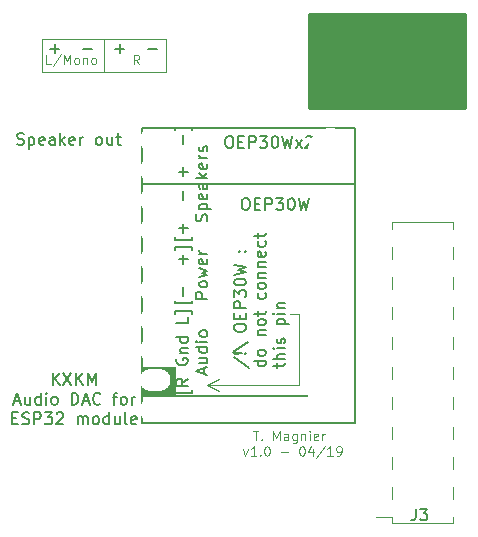
<source format=gto>
G04 #@! TF.GenerationSoftware,KiCad,Pcbnew,5.1.0*
G04 #@! TF.CreationDate,2019-04-16T15:55:50+02:00*
G04 #@! TF.ProjectId,KXKM_audio_board_for_ESP32,4b584b4d-5f61-4756-9469-6f5f626f6172,1.0*
G04 #@! TF.SameCoordinates,PX82a7440PY6f94740*
G04 #@! TF.FileFunction,Legend,Top*
G04 #@! TF.FilePolarity,Positive*
%FSLAX46Y46*%
G04 Gerber Fmt 4.6, Leading zero omitted, Abs format (unit mm)*
G04 Created by KiCad (PCBNEW 5.1.0) date 2019-04-16 15:55:50*
%MOMM*%
%LPD*%
G04 APERTURE LIST*
%ADD10C,0.120000*%
%ADD11C,0.100000*%
%ADD12C,0.150000*%
%ADD13C,0.254000*%
%ADD14C,3.940000*%
%ADD15O,2.640000X1.840000*%
%ADD16O,1.540000X2.940000*%
%ADD17C,3.139740*%
%ADD18R,3.139740X3.139740*%
%ADD19C,1.740000*%
%ADD20C,2.140000*%
%ADD21R,3.140000X1.140000*%
%ADD22C,3.340000*%
G04 APERTURE END LIST*
D10*
X8250000Y38750000D02*
X13500000Y38750000D01*
X13500000Y38750000D02*
X13500000Y41500000D01*
X3000000Y41500000D02*
X13500000Y41500000D01*
X3000000Y38750000D02*
X3000000Y41500000D01*
X8250000Y38750000D02*
X3000000Y38750000D01*
X8250000Y41500000D02*
X8250000Y38750000D01*
D11*
X11247619Y39388096D02*
X10980952Y39769048D01*
X10790476Y39388096D02*
X10790476Y40188096D01*
X11095238Y40188096D01*
X11171428Y40150000D01*
X11209523Y40111905D01*
X11247619Y40035715D01*
X11247619Y39921429D01*
X11209523Y39845239D01*
X11171428Y39807143D01*
X11095238Y39769048D01*
X10790476Y39769048D01*
X3785714Y39388096D02*
X3404761Y39388096D01*
X3404761Y40188096D01*
X4623809Y40226191D02*
X3938095Y39197620D01*
X4890476Y39388096D02*
X4890476Y40188096D01*
X5157142Y39616667D01*
X5423809Y40188096D01*
X5423809Y39388096D01*
X5919047Y39388096D02*
X5842857Y39426191D01*
X5804761Y39464286D01*
X5766666Y39540477D01*
X5766666Y39769048D01*
X5804761Y39845239D01*
X5842857Y39883334D01*
X5919047Y39921429D01*
X6033333Y39921429D01*
X6109523Y39883334D01*
X6147619Y39845239D01*
X6185714Y39769048D01*
X6185714Y39540477D01*
X6147619Y39464286D01*
X6109523Y39426191D01*
X6033333Y39388096D01*
X5919047Y39388096D01*
X6528571Y39921429D02*
X6528571Y39388096D01*
X6528571Y39845239D02*
X6566666Y39883334D01*
X6642857Y39921429D01*
X6757142Y39921429D01*
X6833333Y39883334D01*
X6871428Y39807143D01*
X6871428Y39388096D01*
X7366666Y39388096D02*
X7290476Y39426191D01*
X7252380Y39464286D01*
X7214285Y39540477D01*
X7214285Y39769048D01*
X7252380Y39845239D01*
X7290476Y39883334D01*
X7366666Y39921429D01*
X7480952Y39921429D01*
X7557142Y39883334D01*
X7595238Y39845239D01*
X7633333Y39769048D01*
X7633333Y39540477D01*
X7595238Y39464286D01*
X7557142Y39426191D01*
X7480952Y39388096D01*
X7366666Y39388096D01*
D12*
X3726190Y40678572D02*
X4488095Y40678572D01*
X4107142Y40297620D02*
X4107142Y41059524D01*
X6488095Y40678572D02*
X7250000Y40678572D01*
X9250000Y40678572D02*
X10011904Y40678572D01*
X9630952Y40297620D02*
X9630952Y41059524D01*
X12011904Y40678572D02*
X12773809Y40678572D01*
X916666Y32595239D02*
X1059523Y32547620D01*
X1297619Y32547620D01*
X1392857Y32595239D01*
X1440476Y32642858D01*
X1488095Y32738096D01*
X1488095Y32833334D01*
X1440476Y32928572D01*
X1392857Y32976191D01*
X1297619Y33023810D01*
X1107142Y33071429D01*
X1011904Y33119048D01*
X964285Y33166667D01*
X916666Y33261905D01*
X916666Y33357143D01*
X964285Y33452381D01*
X1011904Y33500000D01*
X1107142Y33547620D01*
X1345238Y33547620D01*
X1488095Y33500000D01*
X1916666Y33214286D02*
X1916666Y32214286D01*
X1916666Y33166667D02*
X2011904Y33214286D01*
X2202380Y33214286D01*
X2297619Y33166667D01*
X2345238Y33119048D01*
X2392857Y33023810D01*
X2392857Y32738096D01*
X2345238Y32642858D01*
X2297619Y32595239D01*
X2202380Y32547620D01*
X2011904Y32547620D01*
X1916666Y32595239D01*
X3202380Y32595239D02*
X3107142Y32547620D01*
X2916666Y32547620D01*
X2821428Y32595239D01*
X2773809Y32690477D01*
X2773809Y33071429D01*
X2821428Y33166667D01*
X2916666Y33214286D01*
X3107142Y33214286D01*
X3202380Y33166667D01*
X3250000Y33071429D01*
X3250000Y32976191D01*
X2773809Y32880953D01*
X4107142Y32547620D02*
X4107142Y33071429D01*
X4059523Y33166667D01*
X3964285Y33214286D01*
X3773809Y33214286D01*
X3678571Y33166667D01*
X4107142Y32595239D02*
X4011904Y32547620D01*
X3773809Y32547620D01*
X3678571Y32595239D01*
X3630952Y32690477D01*
X3630952Y32785715D01*
X3678571Y32880953D01*
X3773809Y32928572D01*
X4011904Y32928572D01*
X4107142Y32976191D01*
X4583333Y32547620D02*
X4583333Y33547620D01*
X4678571Y32928572D02*
X4964285Y32547620D01*
X4964285Y33214286D02*
X4583333Y32833334D01*
X5773809Y32595239D02*
X5678571Y32547620D01*
X5488095Y32547620D01*
X5392857Y32595239D01*
X5345238Y32690477D01*
X5345238Y33071429D01*
X5392857Y33166667D01*
X5488095Y33214286D01*
X5678571Y33214286D01*
X5773809Y33166667D01*
X5821428Y33071429D01*
X5821428Y32976191D01*
X5345238Y32880953D01*
X6250000Y32547620D02*
X6250000Y33214286D01*
X6250000Y33023810D02*
X6297619Y33119048D01*
X6345238Y33166667D01*
X6440476Y33214286D01*
X6535714Y33214286D01*
X7773809Y32547620D02*
X7678571Y32595239D01*
X7630952Y32642858D01*
X7583333Y32738096D01*
X7583333Y33023810D01*
X7630952Y33119048D01*
X7678571Y33166667D01*
X7773809Y33214286D01*
X7916666Y33214286D01*
X8011904Y33166667D01*
X8059523Y33119048D01*
X8107142Y33023810D01*
X8107142Y32738096D01*
X8059523Y32642858D01*
X8011904Y32595239D01*
X7916666Y32547620D01*
X7773809Y32547620D01*
X8964285Y33214286D02*
X8964285Y32547620D01*
X8535714Y33214286D02*
X8535714Y32690477D01*
X8583333Y32595239D01*
X8678571Y32547620D01*
X8821428Y32547620D01*
X8916666Y32595239D01*
X8964285Y32642858D01*
X9297619Y33214286D02*
X9678571Y33214286D01*
X9440476Y33547620D02*
X9440476Y32690477D01*
X9488095Y32595239D01*
X9583333Y32547620D01*
X9678571Y32547620D01*
D11*
G36*
X14250000Y11250000D02*
G01*
X11500000Y11250000D01*
X11500000Y13750000D01*
X14250000Y13750000D01*
X14250000Y11250000D01*
G37*
X14250000Y11250000D02*
X11500000Y11250000D01*
X11500000Y13750000D01*
X14250000Y13750000D01*
X14250000Y11250000D01*
D10*
X17000000Y12250000D02*
X18000000Y12750000D01*
X17000000Y12250000D02*
X18000000Y11750000D01*
X24750000Y12250000D02*
X17000000Y12250000D01*
X24750000Y18250000D02*
X24750000Y12250000D01*
X24000000Y18250000D02*
X24750000Y18250000D01*
D12*
X19254761Y14549881D02*
X20540476Y13692739D01*
X20207142Y14883215D02*
X20254761Y14930834D01*
X20302380Y14883215D01*
X20254761Y14835596D01*
X20207142Y14883215D01*
X20302380Y14883215D01*
X19921428Y14883215D02*
X19350000Y14835596D01*
X19302380Y14883215D01*
X19350000Y14930834D01*
X19921428Y14883215D01*
X19302380Y14883215D01*
X19207142Y15026072D02*
X20492857Y15883215D01*
X19302380Y16978453D02*
X19302380Y17168929D01*
X19350000Y17264167D01*
X19445238Y17359405D01*
X19635714Y17407024D01*
X19969047Y17407024D01*
X20159523Y17359405D01*
X20254761Y17264167D01*
X20302380Y17168929D01*
X20302380Y16978453D01*
X20254761Y16883215D01*
X20159523Y16787977D01*
X19969047Y16740358D01*
X19635714Y16740358D01*
X19445238Y16787977D01*
X19350000Y16883215D01*
X19302380Y16978453D01*
X19778571Y17835596D02*
X19778571Y18168929D01*
X20302380Y18311786D02*
X20302380Y17835596D01*
X19302380Y17835596D01*
X19302380Y18311786D01*
X20302380Y18740358D02*
X19302380Y18740358D01*
X19302380Y19121310D01*
X19350000Y19216548D01*
X19397619Y19264167D01*
X19492857Y19311786D01*
X19635714Y19311786D01*
X19730952Y19264167D01*
X19778571Y19216548D01*
X19826190Y19121310D01*
X19826190Y18740358D01*
X19302380Y19645120D02*
X19302380Y20264167D01*
X19683333Y19930834D01*
X19683333Y20073691D01*
X19730952Y20168929D01*
X19778571Y20216548D01*
X19873809Y20264167D01*
X20111904Y20264167D01*
X20207142Y20216548D01*
X20254761Y20168929D01*
X20302380Y20073691D01*
X20302380Y19787977D01*
X20254761Y19692739D01*
X20207142Y19645120D01*
X19302380Y20883215D02*
X19302380Y20978453D01*
X19350000Y21073691D01*
X19397619Y21121310D01*
X19492857Y21168929D01*
X19683333Y21216548D01*
X19921428Y21216548D01*
X20111904Y21168929D01*
X20207142Y21121310D01*
X20254761Y21073691D01*
X20302380Y20978453D01*
X20302380Y20883215D01*
X20254761Y20787977D01*
X20207142Y20740358D01*
X20111904Y20692739D01*
X19921428Y20645120D01*
X19683333Y20645120D01*
X19492857Y20692739D01*
X19397619Y20740358D01*
X19350000Y20787977D01*
X19302380Y20883215D01*
X19302380Y21549881D02*
X20302380Y21787977D01*
X19588095Y21978453D01*
X20302380Y22168929D01*
X19302380Y22407024D01*
X20207142Y23549881D02*
X20254761Y23597500D01*
X20302380Y23549881D01*
X20254761Y23502262D01*
X20207142Y23549881D01*
X20302380Y23549881D01*
X19683333Y23549881D02*
X19730952Y23597500D01*
X19778571Y23549881D01*
X19730952Y23502262D01*
X19683333Y23549881D01*
X19778571Y23549881D01*
X21952380Y14264167D02*
X20952380Y14264167D01*
X21904761Y14264167D02*
X21952380Y14168929D01*
X21952380Y13978453D01*
X21904761Y13883215D01*
X21857142Y13835596D01*
X21761904Y13787977D01*
X21476190Y13787977D01*
X21380952Y13835596D01*
X21333333Y13883215D01*
X21285714Y13978453D01*
X21285714Y14168929D01*
X21333333Y14264167D01*
X21952380Y14883215D02*
X21904761Y14787977D01*
X21857142Y14740358D01*
X21761904Y14692739D01*
X21476190Y14692739D01*
X21380952Y14740358D01*
X21333333Y14787977D01*
X21285714Y14883215D01*
X21285714Y15026072D01*
X21333333Y15121310D01*
X21380952Y15168929D01*
X21476190Y15216548D01*
X21761904Y15216548D01*
X21857142Y15168929D01*
X21904761Y15121310D01*
X21952380Y15026072D01*
X21952380Y14883215D01*
X21285714Y16407024D02*
X21952380Y16407024D01*
X21380952Y16407024D02*
X21333333Y16454643D01*
X21285714Y16549881D01*
X21285714Y16692739D01*
X21333333Y16787977D01*
X21428571Y16835596D01*
X21952380Y16835596D01*
X21952380Y17454643D02*
X21904761Y17359405D01*
X21857142Y17311786D01*
X21761904Y17264167D01*
X21476190Y17264167D01*
X21380952Y17311786D01*
X21333333Y17359405D01*
X21285714Y17454643D01*
X21285714Y17597500D01*
X21333333Y17692739D01*
X21380952Y17740358D01*
X21476190Y17787977D01*
X21761904Y17787977D01*
X21857142Y17740358D01*
X21904761Y17692739D01*
X21952380Y17597500D01*
X21952380Y17454643D01*
X21285714Y18073691D02*
X21285714Y18454643D01*
X20952380Y18216548D02*
X21809523Y18216548D01*
X21904761Y18264167D01*
X21952380Y18359405D01*
X21952380Y18454643D01*
X21904761Y19978453D02*
X21952380Y19883215D01*
X21952380Y19692739D01*
X21904761Y19597500D01*
X21857142Y19549881D01*
X21761904Y19502262D01*
X21476190Y19502262D01*
X21380952Y19549881D01*
X21333333Y19597500D01*
X21285714Y19692739D01*
X21285714Y19883215D01*
X21333333Y19978453D01*
X21952380Y20549881D02*
X21904761Y20454643D01*
X21857142Y20407024D01*
X21761904Y20359405D01*
X21476190Y20359405D01*
X21380952Y20407024D01*
X21333333Y20454643D01*
X21285714Y20549881D01*
X21285714Y20692739D01*
X21333333Y20787977D01*
X21380952Y20835596D01*
X21476190Y20883215D01*
X21761904Y20883215D01*
X21857142Y20835596D01*
X21904761Y20787977D01*
X21952380Y20692739D01*
X21952380Y20549881D01*
X21285714Y21311786D02*
X21952380Y21311786D01*
X21380952Y21311786D02*
X21333333Y21359405D01*
X21285714Y21454643D01*
X21285714Y21597500D01*
X21333333Y21692739D01*
X21428571Y21740358D01*
X21952380Y21740358D01*
X21285714Y22216548D02*
X21952380Y22216548D01*
X21380952Y22216548D02*
X21333333Y22264167D01*
X21285714Y22359405D01*
X21285714Y22502262D01*
X21333333Y22597500D01*
X21428571Y22645120D01*
X21952380Y22645120D01*
X21904761Y23502262D02*
X21952380Y23407024D01*
X21952380Y23216548D01*
X21904761Y23121310D01*
X21809523Y23073691D01*
X21428571Y23073691D01*
X21333333Y23121310D01*
X21285714Y23216548D01*
X21285714Y23407024D01*
X21333333Y23502262D01*
X21428571Y23549881D01*
X21523809Y23549881D01*
X21619047Y23073691D01*
X21904761Y24407024D02*
X21952380Y24311786D01*
X21952380Y24121310D01*
X21904761Y24026072D01*
X21857142Y23978453D01*
X21761904Y23930834D01*
X21476190Y23930834D01*
X21380952Y23978453D01*
X21333333Y24026072D01*
X21285714Y24121310D01*
X21285714Y24311786D01*
X21333333Y24407024D01*
X21285714Y24692739D02*
X21285714Y25073691D01*
X20952380Y24835596D02*
X21809523Y24835596D01*
X21904761Y24883215D01*
X21952380Y24978453D01*
X21952380Y25073691D01*
X22935714Y13692739D02*
X22935714Y14073691D01*
X22602380Y13835596D02*
X23459523Y13835596D01*
X23554761Y13883215D01*
X23602380Y13978453D01*
X23602380Y14073691D01*
X23602380Y14407024D02*
X22602380Y14407024D01*
X23602380Y14835596D02*
X23078571Y14835596D01*
X22983333Y14787977D01*
X22935714Y14692739D01*
X22935714Y14549881D01*
X22983333Y14454643D01*
X23030952Y14407024D01*
X23602380Y15311786D02*
X22935714Y15311786D01*
X22602380Y15311786D02*
X22650000Y15264167D01*
X22697619Y15311786D01*
X22650000Y15359405D01*
X22602380Y15311786D01*
X22697619Y15311786D01*
X23554761Y15740358D02*
X23602380Y15835596D01*
X23602380Y16026072D01*
X23554761Y16121310D01*
X23459523Y16168929D01*
X23411904Y16168929D01*
X23316666Y16121310D01*
X23269047Y16026072D01*
X23269047Y15883215D01*
X23221428Y15787977D01*
X23126190Y15740358D01*
X23078571Y15740358D01*
X22983333Y15787977D01*
X22935714Y15883215D01*
X22935714Y16026072D01*
X22983333Y16121310D01*
X22935714Y17359405D02*
X23935714Y17359405D01*
X22983333Y17359405D02*
X22935714Y17454643D01*
X22935714Y17645120D01*
X22983333Y17740358D01*
X23030952Y17787977D01*
X23126190Y17835596D01*
X23411904Y17835596D01*
X23507142Y17787977D01*
X23554761Y17740358D01*
X23602380Y17645120D01*
X23602380Y17454643D01*
X23554761Y17359405D01*
X23602380Y18264167D02*
X22935714Y18264167D01*
X22602380Y18264167D02*
X22650000Y18216548D01*
X22697619Y18264167D01*
X22650000Y18311786D01*
X22602380Y18264167D01*
X22697619Y18264167D01*
X22935714Y18740358D02*
X23602380Y18740358D01*
X23030952Y18740358D02*
X22983333Y18787977D01*
X22935714Y18883215D01*
X22935714Y19026072D01*
X22983333Y19121310D01*
X23078571Y19168929D01*
X23602380Y19168929D01*
D11*
X20897619Y8338096D02*
X21354761Y8338096D01*
X21126190Y7538096D02*
X21126190Y8338096D01*
X21621428Y7614286D02*
X21659523Y7576191D01*
X21621428Y7538096D01*
X21583333Y7576191D01*
X21621428Y7614286D01*
X21621428Y7538096D01*
X22611904Y7538096D02*
X22611904Y8338096D01*
X22878571Y7766667D01*
X23145238Y8338096D01*
X23145238Y7538096D01*
X23869047Y7538096D02*
X23869047Y7957143D01*
X23830952Y8033334D01*
X23754761Y8071429D01*
X23602380Y8071429D01*
X23526190Y8033334D01*
X23869047Y7576191D02*
X23792857Y7538096D01*
X23602380Y7538096D01*
X23526190Y7576191D01*
X23488095Y7652381D01*
X23488095Y7728572D01*
X23526190Y7804762D01*
X23602380Y7842858D01*
X23792857Y7842858D01*
X23869047Y7880953D01*
X24592857Y8071429D02*
X24592857Y7423810D01*
X24554761Y7347620D01*
X24516666Y7309524D01*
X24440476Y7271429D01*
X24326190Y7271429D01*
X24250000Y7309524D01*
X24592857Y7576191D02*
X24516666Y7538096D01*
X24364285Y7538096D01*
X24288095Y7576191D01*
X24250000Y7614286D01*
X24211904Y7690477D01*
X24211904Y7919048D01*
X24250000Y7995239D01*
X24288095Y8033334D01*
X24364285Y8071429D01*
X24516666Y8071429D01*
X24592857Y8033334D01*
X24973809Y8071429D02*
X24973809Y7538096D01*
X24973809Y7995239D02*
X25011904Y8033334D01*
X25088095Y8071429D01*
X25202380Y8071429D01*
X25278571Y8033334D01*
X25316666Y7957143D01*
X25316666Y7538096D01*
X25697619Y7538096D02*
X25697619Y8071429D01*
X25697619Y8338096D02*
X25659523Y8300000D01*
X25697619Y8261905D01*
X25735714Y8300000D01*
X25697619Y8338096D01*
X25697619Y8261905D01*
X26383333Y7576191D02*
X26307142Y7538096D01*
X26154761Y7538096D01*
X26078571Y7576191D01*
X26040476Y7652381D01*
X26040476Y7957143D01*
X26078571Y8033334D01*
X26154761Y8071429D01*
X26307142Y8071429D01*
X26383333Y8033334D01*
X26421428Y7957143D01*
X26421428Y7880953D01*
X26040476Y7804762D01*
X26764285Y7538096D02*
X26764285Y8071429D01*
X26764285Y7919048D02*
X26802380Y7995239D01*
X26840476Y8033334D01*
X26916666Y8071429D01*
X26992857Y8071429D01*
X20059523Y6771429D02*
X20250000Y6238096D01*
X20440476Y6771429D01*
X21164285Y6238096D02*
X20707142Y6238096D01*
X20935714Y6238096D02*
X20935714Y7038096D01*
X20859523Y6923810D01*
X20783333Y6847620D01*
X20707142Y6809524D01*
X21507142Y6314286D02*
X21545238Y6276191D01*
X21507142Y6238096D01*
X21469047Y6276191D01*
X21507142Y6314286D01*
X21507142Y6238096D01*
X22040476Y7038096D02*
X22116666Y7038096D01*
X22192857Y7000000D01*
X22230952Y6961905D01*
X22269047Y6885715D01*
X22307142Y6733334D01*
X22307142Y6542858D01*
X22269047Y6390477D01*
X22230952Y6314286D01*
X22192857Y6276191D01*
X22116666Y6238096D01*
X22040476Y6238096D01*
X21964285Y6276191D01*
X21926190Y6314286D01*
X21888095Y6390477D01*
X21850000Y6542858D01*
X21850000Y6733334D01*
X21888095Y6885715D01*
X21926190Y6961905D01*
X21964285Y7000000D01*
X22040476Y7038096D01*
X23259523Y6542858D02*
X23869047Y6542858D01*
X25011904Y7038096D02*
X25088095Y7038096D01*
X25164285Y7000000D01*
X25202380Y6961905D01*
X25240476Y6885715D01*
X25278571Y6733334D01*
X25278571Y6542858D01*
X25240476Y6390477D01*
X25202380Y6314286D01*
X25164285Y6276191D01*
X25088095Y6238096D01*
X25011904Y6238096D01*
X24935714Y6276191D01*
X24897619Y6314286D01*
X24859523Y6390477D01*
X24821428Y6542858D01*
X24821428Y6733334D01*
X24859523Y6885715D01*
X24897619Y6961905D01*
X24935714Y7000000D01*
X25011904Y7038096D01*
X25964285Y6771429D02*
X25964285Y6238096D01*
X25773809Y7076191D02*
X25583333Y6504762D01*
X26078571Y6504762D01*
X26954761Y7076191D02*
X26269047Y6047620D01*
X27640476Y6238096D02*
X27183333Y6238096D01*
X27411904Y6238096D02*
X27411904Y7038096D01*
X27335714Y6923810D01*
X27259523Y6847620D01*
X27183333Y6809524D01*
X28021428Y6238096D02*
X28173809Y6238096D01*
X28250000Y6276191D01*
X28288095Y6314286D01*
X28364285Y6428572D01*
X28402380Y6580953D01*
X28402380Y6885715D01*
X28364285Y6961905D01*
X28326190Y7000000D01*
X28250000Y7038096D01*
X28097619Y7038096D01*
X28021428Y7000000D01*
X27983333Y6961905D01*
X27945238Y6885715D01*
X27945238Y6695239D01*
X27983333Y6619048D01*
X28021428Y6580953D01*
X28097619Y6542858D01*
X28250000Y6542858D01*
X28326190Y6580953D01*
X28364285Y6619048D01*
X28402380Y6695239D01*
D12*
X3940476Y12197620D02*
X3940476Y13197620D01*
X4511904Y12197620D02*
X4083333Y12769048D01*
X4511904Y13197620D02*
X3940476Y12626191D01*
X4845238Y13197620D02*
X5511904Y12197620D01*
X5511904Y13197620D02*
X4845238Y12197620D01*
X5892857Y12197620D02*
X5892857Y13197620D01*
X6464285Y12197620D02*
X6035714Y12769048D01*
X6464285Y13197620D02*
X5892857Y12626191D01*
X6892857Y12197620D02*
X6892857Y13197620D01*
X7226190Y12483334D01*
X7559523Y13197620D01*
X7559523Y12197620D01*
X678571Y10833334D02*
X1154761Y10833334D01*
X583333Y10547620D02*
X916666Y11547620D01*
X1250000Y10547620D01*
X2011904Y11214286D02*
X2011904Y10547620D01*
X1583333Y11214286D02*
X1583333Y10690477D01*
X1630952Y10595239D01*
X1726190Y10547620D01*
X1869047Y10547620D01*
X1964285Y10595239D01*
X2011904Y10642858D01*
X2916666Y10547620D02*
X2916666Y11547620D01*
X2916666Y10595239D02*
X2821428Y10547620D01*
X2630952Y10547620D01*
X2535714Y10595239D01*
X2488095Y10642858D01*
X2440476Y10738096D01*
X2440476Y11023810D01*
X2488095Y11119048D01*
X2535714Y11166667D01*
X2630952Y11214286D01*
X2821428Y11214286D01*
X2916666Y11166667D01*
X3392857Y10547620D02*
X3392857Y11214286D01*
X3392857Y11547620D02*
X3345238Y11500000D01*
X3392857Y11452381D01*
X3440476Y11500000D01*
X3392857Y11547620D01*
X3392857Y11452381D01*
X4011904Y10547620D02*
X3916666Y10595239D01*
X3869047Y10642858D01*
X3821428Y10738096D01*
X3821428Y11023810D01*
X3869047Y11119048D01*
X3916666Y11166667D01*
X4011904Y11214286D01*
X4154761Y11214286D01*
X4250000Y11166667D01*
X4297619Y11119048D01*
X4345238Y11023810D01*
X4345238Y10738096D01*
X4297619Y10642858D01*
X4250000Y10595239D01*
X4154761Y10547620D01*
X4011904Y10547620D01*
X5535714Y10547620D02*
X5535714Y11547620D01*
X5773809Y11547620D01*
X5916666Y11500000D01*
X6011904Y11404762D01*
X6059523Y11309524D01*
X6107142Y11119048D01*
X6107142Y10976191D01*
X6059523Y10785715D01*
X6011904Y10690477D01*
X5916666Y10595239D01*
X5773809Y10547620D01*
X5535714Y10547620D01*
X6488095Y10833334D02*
X6964285Y10833334D01*
X6392857Y10547620D02*
X6726190Y11547620D01*
X7059523Y10547620D01*
X7964285Y10642858D02*
X7916666Y10595239D01*
X7773809Y10547620D01*
X7678571Y10547620D01*
X7535714Y10595239D01*
X7440476Y10690477D01*
X7392857Y10785715D01*
X7345238Y10976191D01*
X7345238Y11119048D01*
X7392857Y11309524D01*
X7440476Y11404762D01*
X7535714Y11500000D01*
X7678571Y11547620D01*
X7773809Y11547620D01*
X7916666Y11500000D01*
X7964285Y11452381D01*
X9011904Y11214286D02*
X9392857Y11214286D01*
X9154761Y10547620D02*
X9154761Y11404762D01*
X9202380Y11500000D01*
X9297619Y11547620D01*
X9392857Y11547620D01*
X9869047Y10547620D02*
X9773809Y10595239D01*
X9726190Y10642858D01*
X9678571Y10738096D01*
X9678571Y11023810D01*
X9726190Y11119048D01*
X9773809Y11166667D01*
X9869047Y11214286D01*
X10011904Y11214286D01*
X10107142Y11166667D01*
X10154761Y11119048D01*
X10202380Y11023810D01*
X10202380Y10738096D01*
X10154761Y10642858D01*
X10107142Y10595239D01*
X10011904Y10547620D01*
X9869047Y10547620D01*
X10630952Y10547620D02*
X10630952Y11214286D01*
X10630952Y11023810D02*
X10678571Y11119048D01*
X10726190Y11166667D01*
X10821428Y11214286D01*
X10916666Y11214286D01*
X511904Y9421429D02*
X845238Y9421429D01*
X988095Y8897620D02*
X511904Y8897620D01*
X511904Y9897620D01*
X988095Y9897620D01*
X1369047Y8945239D02*
X1511904Y8897620D01*
X1750000Y8897620D01*
X1845238Y8945239D01*
X1892857Y8992858D01*
X1940476Y9088096D01*
X1940476Y9183334D01*
X1892857Y9278572D01*
X1845238Y9326191D01*
X1750000Y9373810D01*
X1559523Y9421429D01*
X1464285Y9469048D01*
X1416666Y9516667D01*
X1369047Y9611905D01*
X1369047Y9707143D01*
X1416666Y9802381D01*
X1464285Y9850000D01*
X1559523Y9897620D01*
X1797619Y9897620D01*
X1940476Y9850000D01*
X2369047Y8897620D02*
X2369047Y9897620D01*
X2750000Y9897620D01*
X2845238Y9850000D01*
X2892857Y9802381D01*
X2940476Y9707143D01*
X2940476Y9564286D01*
X2892857Y9469048D01*
X2845238Y9421429D01*
X2750000Y9373810D01*
X2369047Y9373810D01*
X3273809Y9897620D02*
X3892857Y9897620D01*
X3559523Y9516667D01*
X3702380Y9516667D01*
X3797619Y9469048D01*
X3845238Y9421429D01*
X3892857Y9326191D01*
X3892857Y9088096D01*
X3845238Y8992858D01*
X3797619Y8945239D01*
X3702380Y8897620D01*
X3416666Y8897620D01*
X3321428Y8945239D01*
X3273809Y8992858D01*
X4273809Y9802381D02*
X4321428Y9850000D01*
X4416666Y9897620D01*
X4654761Y9897620D01*
X4750000Y9850000D01*
X4797619Y9802381D01*
X4845238Y9707143D01*
X4845238Y9611905D01*
X4797619Y9469048D01*
X4226190Y8897620D01*
X4845238Y8897620D01*
X6035714Y8897620D02*
X6035714Y9564286D01*
X6035714Y9469048D02*
X6083333Y9516667D01*
X6178571Y9564286D01*
X6321428Y9564286D01*
X6416666Y9516667D01*
X6464285Y9421429D01*
X6464285Y8897620D01*
X6464285Y9421429D02*
X6511904Y9516667D01*
X6607142Y9564286D01*
X6750000Y9564286D01*
X6845238Y9516667D01*
X6892857Y9421429D01*
X6892857Y8897620D01*
X7511904Y8897620D02*
X7416666Y8945239D01*
X7369047Y8992858D01*
X7321428Y9088096D01*
X7321428Y9373810D01*
X7369047Y9469048D01*
X7416666Y9516667D01*
X7511904Y9564286D01*
X7654761Y9564286D01*
X7750000Y9516667D01*
X7797619Y9469048D01*
X7845238Y9373810D01*
X7845238Y9088096D01*
X7797619Y8992858D01*
X7750000Y8945239D01*
X7654761Y8897620D01*
X7511904Y8897620D01*
X8702380Y8897620D02*
X8702380Y9897620D01*
X8702380Y8945239D02*
X8607142Y8897620D01*
X8416666Y8897620D01*
X8321428Y8945239D01*
X8273809Y8992858D01*
X8226190Y9088096D01*
X8226190Y9373810D01*
X8273809Y9469048D01*
X8321428Y9516667D01*
X8416666Y9564286D01*
X8607142Y9564286D01*
X8702380Y9516667D01*
X9607142Y9564286D02*
X9607142Y8897620D01*
X9178571Y9564286D02*
X9178571Y9040477D01*
X9226190Y8945239D01*
X9321428Y8897620D01*
X9464285Y8897620D01*
X9559523Y8945239D01*
X9607142Y8992858D01*
X10226190Y8897620D02*
X10130952Y8945239D01*
X10083333Y9040477D01*
X10083333Y9897620D01*
X10988095Y8945239D02*
X10892857Y8897620D01*
X10702380Y8897620D01*
X10607142Y8945239D01*
X10559523Y9040477D01*
X10559523Y9421429D01*
X10607142Y9516667D01*
X10702380Y9564286D01*
X10892857Y9564286D01*
X10988095Y9516667D01*
X11035714Y9421429D01*
X11035714Y9326191D01*
X10559523Y9230953D01*
X15710714Y24726191D02*
X15710714Y24488096D01*
X14282142Y24488096D01*
X14282142Y24726191D01*
X14996428Y25107143D02*
X14996428Y25869048D01*
X15377380Y25488096D02*
X14615476Y25488096D01*
X14996428Y27869048D02*
X14996428Y28630953D01*
X14996428Y29869048D02*
X14996428Y30630953D01*
X15377380Y30250000D02*
X14615476Y30250000D01*
X14996428Y32630953D02*
X14996428Y33392858D01*
X15710714Y33773810D02*
X15710714Y34011905D01*
X14282142Y34011905D01*
X14282142Y33773810D01*
X16979761Y26083334D02*
X17027380Y26226191D01*
X17027380Y26464286D01*
X16979761Y26559524D01*
X16932142Y26607143D01*
X16836904Y26654762D01*
X16741666Y26654762D01*
X16646428Y26607143D01*
X16598809Y26559524D01*
X16551190Y26464286D01*
X16503571Y26273810D01*
X16455952Y26178572D01*
X16408333Y26130953D01*
X16313095Y26083334D01*
X16217857Y26083334D01*
X16122619Y26130953D01*
X16075000Y26178572D01*
X16027380Y26273810D01*
X16027380Y26511905D01*
X16075000Y26654762D01*
X16360714Y27083334D02*
X17360714Y27083334D01*
X16408333Y27083334D02*
X16360714Y27178572D01*
X16360714Y27369048D01*
X16408333Y27464286D01*
X16455952Y27511905D01*
X16551190Y27559524D01*
X16836904Y27559524D01*
X16932142Y27511905D01*
X16979761Y27464286D01*
X17027380Y27369048D01*
X17027380Y27178572D01*
X16979761Y27083334D01*
X16979761Y28369048D02*
X17027380Y28273810D01*
X17027380Y28083334D01*
X16979761Y27988096D01*
X16884523Y27940477D01*
X16503571Y27940477D01*
X16408333Y27988096D01*
X16360714Y28083334D01*
X16360714Y28273810D01*
X16408333Y28369048D01*
X16503571Y28416667D01*
X16598809Y28416667D01*
X16694047Y27940477D01*
X17027380Y29273810D02*
X16503571Y29273810D01*
X16408333Y29226191D01*
X16360714Y29130953D01*
X16360714Y28940477D01*
X16408333Y28845239D01*
X16979761Y29273810D02*
X17027380Y29178572D01*
X17027380Y28940477D01*
X16979761Y28845239D01*
X16884523Y28797620D01*
X16789285Y28797620D01*
X16694047Y28845239D01*
X16646428Y28940477D01*
X16646428Y29178572D01*
X16598809Y29273810D01*
X17027380Y29750000D02*
X16027380Y29750000D01*
X16646428Y29845239D02*
X17027380Y30130953D01*
X16360714Y30130953D02*
X16741666Y29750000D01*
X16979761Y30940477D02*
X17027380Y30845239D01*
X17027380Y30654762D01*
X16979761Y30559524D01*
X16884523Y30511905D01*
X16503571Y30511905D01*
X16408333Y30559524D01*
X16360714Y30654762D01*
X16360714Y30845239D01*
X16408333Y30940477D01*
X16503571Y30988096D01*
X16598809Y30988096D01*
X16694047Y30511905D01*
X17027380Y31416667D02*
X16360714Y31416667D01*
X16551190Y31416667D02*
X16455952Y31464286D01*
X16408333Y31511905D01*
X16360714Y31607143D01*
X16360714Y31702381D01*
X16979761Y31988096D02*
X17027380Y32083334D01*
X17027380Y32273810D01*
X16979761Y32369048D01*
X16884523Y32416667D01*
X16836904Y32416667D01*
X16741666Y32369048D01*
X16694047Y32273810D01*
X16694047Y32130953D01*
X16646428Y32035715D01*
X16551190Y31988096D01*
X16503571Y31988096D01*
X16408333Y32035715D01*
X16360714Y32130953D01*
X16360714Y32273810D01*
X16408333Y32369048D01*
X18797619Y33297620D02*
X18988095Y33297620D01*
X19083333Y33250000D01*
X19178571Y33154762D01*
X19226190Y32964286D01*
X19226190Y32630953D01*
X19178571Y32440477D01*
X19083333Y32345239D01*
X18988095Y32297620D01*
X18797619Y32297620D01*
X18702380Y32345239D01*
X18607142Y32440477D01*
X18559523Y32630953D01*
X18559523Y32964286D01*
X18607142Y33154762D01*
X18702380Y33250000D01*
X18797619Y33297620D01*
X19654761Y32821429D02*
X19988095Y32821429D01*
X20130952Y32297620D02*
X19654761Y32297620D01*
X19654761Y33297620D01*
X20130952Y33297620D01*
X20559523Y32297620D02*
X20559523Y33297620D01*
X20940476Y33297620D01*
X21035714Y33250000D01*
X21083333Y33202381D01*
X21130952Y33107143D01*
X21130952Y32964286D01*
X21083333Y32869048D01*
X21035714Y32821429D01*
X20940476Y32773810D01*
X20559523Y32773810D01*
X21464285Y33297620D02*
X22083333Y33297620D01*
X21750000Y32916667D01*
X21892857Y32916667D01*
X21988095Y32869048D01*
X22035714Y32821429D01*
X22083333Y32726191D01*
X22083333Y32488096D01*
X22035714Y32392858D01*
X21988095Y32345239D01*
X21892857Y32297620D01*
X21607142Y32297620D01*
X21511904Y32345239D01*
X21464285Y32392858D01*
X22702380Y33297620D02*
X22797619Y33297620D01*
X22892857Y33250000D01*
X22940476Y33202381D01*
X22988095Y33107143D01*
X23035714Y32916667D01*
X23035714Y32678572D01*
X22988095Y32488096D01*
X22940476Y32392858D01*
X22892857Y32345239D01*
X22797619Y32297620D01*
X22702380Y32297620D01*
X22607142Y32345239D01*
X22559523Y32392858D01*
X22511904Y32488096D01*
X22464285Y32678572D01*
X22464285Y32916667D01*
X22511904Y33107143D01*
X22559523Y33202381D01*
X22607142Y33250000D01*
X22702380Y33297620D01*
X23369047Y33297620D02*
X23607142Y32297620D01*
X23797619Y33011905D01*
X23988095Y32297620D01*
X24226190Y33297620D01*
X24511904Y32297620D02*
X25035714Y32964286D01*
X24511904Y32964286D02*
X25035714Y32297620D01*
X25369047Y33202381D02*
X25416666Y33250000D01*
X25511904Y33297620D01*
X25750000Y33297620D01*
X25845238Y33250000D01*
X25892857Y33202381D01*
X25940476Y33107143D01*
X25940476Y33011905D01*
X25892857Y32869048D01*
X25321428Y32297620D01*
X25940476Y32297620D01*
X20178571Y28047620D02*
X20369047Y28047620D01*
X20464285Y28000000D01*
X20559523Y27904762D01*
X20607142Y27714286D01*
X20607142Y27380953D01*
X20559523Y27190477D01*
X20464285Y27095239D01*
X20369047Y27047620D01*
X20178571Y27047620D01*
X20083333Y27095239D01*
X19988095Y27190477D01*
X19940476Y27380953D01*
X19940476Y27714286D01*
X19988095Y27904762D01*
X20083333Y28000000D01*
X20178571Y28047620D01*
X21035714Y27571429D02*
X21369047Y27571429D01*
X21511904Y27047620D02*
X21035714Y27047620D01*
X21035714Y28047620D01*
X21511904Y28047620D01*
X21940476Y27047620D02*
X21940476Y28047620D01*
X22321428Y28047620D01*
X22416666Y28000000D01*
X22464285Y27952381D01*
X22511904Y27857143D01*
X22511904Y27714286D01*
X22464285Y27619048D01*
X22416666Y27571429D01*
X22321428Y27523810D01*
X21940476Y27523810D01*
X22845238Y28047620D02*
X23464285Y28047620D01*
X23130952Y27666667D01*
X23273809Y27666667D01*
X23369047Y27619048D01*
X23416666Y27571429D01*
X23464285Y27476191D01*
X23464285Y27238096D01*
X23416666Y27142858D01*
X23369047Y27095239D01*
X23273809Y27047620D01*
X22988095Y27047620D01*
X22892857Y27095239D01*
X22845238Y27142858D01*
X24083333Y28047620D02*
X24178571Y28047620D01*
X24273809Y28000000D01*
X24321428Y27952381D01*
X24369047Y27857143D01*
X24416666Y27666667D01*
X24416666Y27428572D01*
X24369047Y27238096D01*
X24321428Y27142858D01*
X24273809Y27095239D01*
X24178571Y27047620D01*
X24083333Y27047620D01*
X23988095Y27095239D01*
X23940476Y27142858D01*
X23892857Y27238096D01*
X23845238Y27428572D01*
X23845238Y27666667D01*
X23892857Y27857143D01*
X23940476Y27952381D01*
X23988095Y28000000D01*
X24083333Y28047620D01*
X24750000Y28047620D02*
X24988095Y27047620D01*
X25178571Y27761905D01*
X25369047Y27047620D01*
X25607142Y28047620D01*
X15710714Y19357143D02*
X15710714Y19119048D01*
X14282142Y19119048D01*
X14282142Y19357143D01*
X14996428Y19738096D02*
X14996428Y20500000D01*
X14996428Y22500000D02*
X14996428Y23261905D01*
X15377380Y22880953D02*
X14615476Y22880953D01*
X15710714Y23642858D02*
X15710714Y23880953D01*
X14282142Y23880953D01*
X14282142Y23642858D01*
X17027380Y19523810D02*
X16027380Y19523810D01*
X16027380Y19904762D01*
X16075000Y20000000D01*
X16122619Y20047620D01*
X16217857Y20095239D01*
X16360714Y20095239D01*
X16455952Y20047620D01*
X16503571Y20000000D01*
X16551190Y19904762D01*
X16551190Y19523810D01*
X17027380Y20666667D02*
X16979761Y20571429D01*
X16932142Y20523810D01*
X16836904Y20476191D01*
X16551190Y20476191D01*
X16455952Y20523810D01*
X16408333Y20571429D01*
X16360714Y20666667D01*
X16360714Y20809524D01*
X16408333Y20904762D01*
X16455952Y20952381D01*
X16551190Y21000000D01*
X16836904Y21000000D01*
X16932142Y20952381D01*
X16979761Y20904762D01*
X17027380Y20809524D01*
X17027380Y20666667D01*
X16360714Y21333334D02*
X17027380Y21523810D01*
X16551190Y21714286D01*
X17027380Y21904762D01*
X16360714Y22095239D01*
X16979761Y22857143D02*
X17027380Y22761905D01*
X17027380Y22571429D01*
X16979761Y22476191D01*
X16884523Y22428572D01*
X16503571Y22428572D01*
X16408333Y22476191D01*
X16360714Y22571429D01*
X16360714Y22761905D01*
X16408333Y22857143D01*
X16503571Y22904762D01*
X16598809Y22904762D01*
X16694047Y22428572D01*
X17027380Y23333334D02*
X16360714Y23333334D01*
X16551190Y23333334D02*
X16455952Y23380953D01*
X16408333Y23428572D01*
X16360714Y23523810D01*
X16360714Y23619048D01*
X15710714Y11785715D02*
X15710714Y11547620D01*
X14282142Y11547620D01*
X14282142Y11785715D01*
X15377380Y12738096D02*
X14901190Y12404762D01*
X15377380Y12166667D02*
X14377380Y12166667D01*
X14377380Y12547620D01*
X14425000Y12642858D01*
X14472619Y12690477D01*
X14567857Y12738096D01*
X14710714Y12738096D01*
X14805952Y12690477D01*
X14853571Y12642858D01*
X14901190Y12547620D01*
X14901190Y12166667D01*
X14425000Y14452381D02*
X14377380Y14357143D01*
X14377380Y14214286D01*
X14425000Y14071429D01*
X14520238Y13976191D01*
X14615476Y13928572D01*
X14805952Y13880953D01*
X14948809Y13880953D01*
X15139285Y13928572D01*
X15234523Y13976191D01*
X15329761Y14071429D01*
X15377380Y14214286D01*
X15377380Y14309524D01*
X15329761Y14452381D01*
X15282142Y14500000D01*
X14948809Y14500000D01*
X14948809Y14309524D01*
X14710714Y14928572D02*
X15377380Y14928572D01*
X14805952Y14928572D02*
X14758333Y14976191D01*
X14710714Y15071429D01*
X14710714Y15214286D01*
X14758333Y15309524D01*
X14853571Y15357143D01*
X15377380Y15357143D01*
X15377380Y16261905D02*
X14377380Y16261905D01*
X15329761Y16261905D02*
X15377380Y16166667D01*
X15377380Y15976191D01*
X15329761Y15880953D01*
X15282142Y15833334D01*
X15186904Y15785715D01*
X14901190Y15785715D01*
X14805952Y15833334D01*
X14758333Y15880953D01*
X14710714Y15976191D01*
X14710714Y16166667D01*
X14758333Y16261905D01*
X15377380Y17976191D02*
X15377380Y17500000D01*
X14377380Y17500000D01*
X15710714Y18214286D02*
X15710714Y18452381D01*
X14282142Y18452381D01*
X14282142Y18214286D01*
X16741666Y13166667D02*
X16741666Y13642858D01*
X17027380Y13071429D02*
X16027380Y13404762D01*
X17027380Y13738096D01*
X16360714Y14500000D02*
X17027380Y14500000D01*
X16360714Y14071429D02*
X16884523Y14071429D01*
X16979761Y14119048D01*
X17027380Y14214286D01*
X17027380Y14357143D01*
X16979761Y14452381D01*
X16932142Y14500000D01*
X17027380Y15404762D02*
X16027380Y15404762D01*
X16979761Y15404762D02*
X17027380Y15309524D01*
X17027380Y15119048D01*
X16979761Y15023810D01*
X16932142Y14976191D01*
X16836904Y14928572D01*
X16551190Y14928572D01*
X16455952Y14976191D01*
X16408333Y15023810D01*
X16360714Y15119048D01*
X16360714Y15309524D01*
X16408333Y15404762D01*
X17027380Y15880953D02*
X16360714Y15880953D01*
X16027380Y15880953D02*
X16075000Y15833334D01*
X16122619Y15880953D01*
X16075000Y15928572D01*
X16027380Y15880953D01*
X16122619Y15880953D01*
X17027380Y16500000D02*
X16979761Y16404762D01*
X16932142Y16357143D01*
X16836904Y16309524D01*
X16551190Y16309524D01*
X16455952Y16357143D01*
X16408333Y16404762D01*
X16360714Y16500000D01*
X16360714Y16642858D01*
X16408333Y16738096D01*
X16455952Y16785715D01*
X16551190Y16833334D01*
X16836904Y16833334D01*
X16932142Y16785715D01*
X16979761Y16738096D01*
X17027380Y16642858D01*
X17027380Y16500000D01*
X28900000Y13450000D02*
G75*
G03X28900000Y13450000I-1400000J0D01*
G01*
X28900000Y27050000D02*
G75*
G03X28900000Y27050000I-1400000J0D01*
G01*
X29500000Y11250000D02*
X29500000Y29250000D01*
X11500000Y11250000D02*
X29500000Y11250000D01*
X11500000Y29250000D02*
X11500000Y11250000D01*
X29500000Y29250000D02*
X11500000Y29250000D01*
X11500000Y34000000D02*
X11500000Y9000000D01*
X11500000Y9000000D02*
X29500000Y9000000D01*
X29500000Y9000000D02*
X29500000Y34000000D01*
X29500000Y34000000D02*
X11500000Y34000000D01*
X28900000Y32000000D02*
G75*
G03X28900000Y32000000I-1400000J0D01*
G01*
X28900000Y11000000D02*
G75*
G03X28900000Y11000000I-1400000J0D01*
G01*
D10*
X32650000Y1060000D02*
X31290000Y1060000D01*
X37850000Y25440000D02*
X37850000Y26010000D01*
X37850000Y22900000D02*
X37850000Y23920000D01*
X37850000Y20360000D02*
X37850000Y21380000D01*
X37850000Y17820000D02*
X37850000Y18840000D01*
X37850000Y15280000D02*
X37850000Y16300000D01*
X37850000Y12740000D02*
X37850000Y13760000D01*
X37850000Y10200000D02*
X37850000Y11220000D01*
X37850000Y7660000D02*
X37850000Y8680000D01*
X37850000Y5120000D02*
X37850000Y6140000D01*
X37850000Y2580000D02*
X37850000Y3600000D01*
X37850000Y490000D02*
X37850000Y1060000D01*
X37850000Y26010000D02*
X32650000Y26010000D01*
X32650000Y25440000D02*
X32650000Y26010000D01*
X32650000Y22900000D02*
X32650000Y23920000D01*
X32650000Y20360000D02*
X32650000Y21380000D01*
X32650000Y17820000D02*
X32650000Y18840000D01*
X32650000Y15280000D02*
X32650000Y16300000D01*
X32650000Y12740000D02*
X32650000Y13760000D01*
X32650000Y10200000D02*
X32650000Y11220000D01*
X32650000Y7660000D02*
X32650000Y8680000D01*
X32650000Y5120000D02*
X32650000Y6140000D01*
X32650000Y2580000D02*
X32650000Y3600000D01*
X32650000Y490000D02*
X32650000Y1060000D01*
X37850000Y490000D02*
X32650000Y490000D01*
D12*
X34666666Y1747620D02*
X34666666Y1033334D01*
X34619047Y890477D01*
X34523809Y795239D01*
X34380952Y747620D01*
X34285714Y747620D01*
X35047619Y1747620D02*
X35666666Y1747620D01*
X35333333Y1366667D01*
X35476190Y1366667D01*
X35571428Y1319048D01*
X35619047Y1271429D01*
X35666666Y1176191D01*
X35666666Y938096D01*
X35619047Y842858D01*
X35571428Y795239D01*
X35476190Y747620D01*
X35190476Y747620D01*
X35095238Y795239D01*
X35047619Y842858D01*
D13*
G36*
X38873000Y35627000D02*
G01*
X25627000Y35627000D01*
X25627000Y43623000D01*
X38873000Y43623000D01*
X38873000Y35627000D01*
X38873000Y35627000D01*
G37*
X38873000Y35627000D02*
X25627000Y35627000D01*
X25627000Y43623000D01*
X38873000Y43623000D01*
X38873000Y35627000D01*
%LPC*%
D14*
X27500000Y27050000D03*
X27500000Y13450000D03*
D15*
X12600000Y32930000D03*
X12600000Y30390000D03*
X12600000Y27850000D03*
X12600000Y25310000D03*
X12600000Y22770000D03*
X12600000Y20230000D03*
X12600000Y17690000D03*
X12600000Y15150000D03*
X12600000Y12610000D03*
X12600000Y10070000D03*
D14*
X27500000Y32000000D03*
X27500000Y11000000D03*
D16*
X1500000Y16250000D03*
X9750000Y16250000D03*
X1500000Y40250000D03*
D17*
X13680000Y36250000D03*
X9870000Y36250000D03*
X6060000Y36250000D03*
D18*
X2250000Y36250000D03*
D16*
X14750000Y40250000D03*
D19*
X20500000Y42000000D03*
X20500000Y36000000D03*
D20*
X23650000Y36000000D03*
X17350000Y36000000D03*
X17350000Y39500000D03*
X23650000Y42700000D03*
X17350000Y42700000D03*
D21*
X37770000Y24680000D03*
X32730000Y24680000D03*
X37770000Y22140000D03*
X32730000Y22140000D03*
X37770000Y19600000D03*
X32730000Y19600000D03*
X37770000Y17060000D03*
X32730000Y17060000D03*
X37770000Y14520000D03*
X32730000Y14520000D03*
X37770000Y11980000D03*
X32730000Y11980000D03*
X37770000Y9440000D03*
X32730000Y9440000D03*
X37770000Y6900000D03*
X32730000Y6900000D03*
X37770000Y4360000D03*
X32730000Y4360000D03*
X37770000Y1820000D03*
X32730000Y1820000D03*
D22*
X35250000Y29750000D03*
X7250000Y29750000D03*
M02*

</source>
